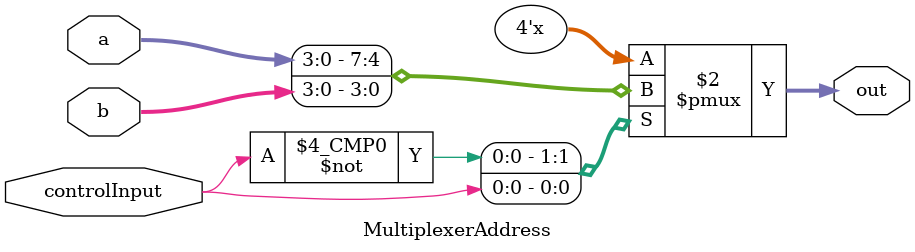
<source format=sv>
module MultiplexerAddress(
    input logic controlInput,
    input logic [3:0] a, b,
    output logic [3:0] out);

always_comb
    begin
        case (controlInput)
            0: out = a;
            1: out = b;
        endcase
    end
endmodule

</source>
